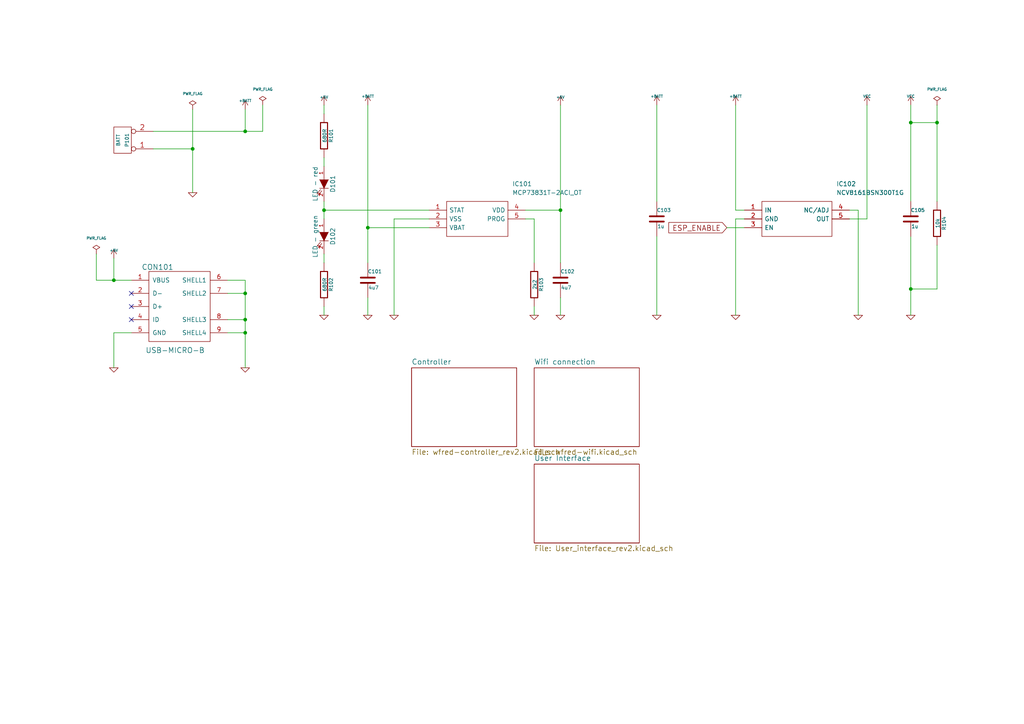
<source format=kicad_sch>
(kicad_sch (version 20231120) (generator "eeschema") (generator_version "8.0")
  (paper "A4")
  (title_block (title "Wireless FREDI (and clock interface)") (date "2017-11-19") (rev "0.2") (company "Heiko Rosemann (heiko.rosemann@web.de) CC-BY-SA") (comment 2 "External connections (Battery)") (comment 3 "Power supply") (comment 4 "Master sheet for subsheets"))
  (lib_symbols
    (symbol "power:+5V" (power) (pin_names (offset 0))
      (property "Value" "+5V" (at 0 3.556 0))
      (symbol "+5V_0_1"
        (polyline (pts (xy -0.762 1.27) (xy 0 2.54)))
        (polyline (pts (xy 0 0) (xy 0 2.54)))
        (polyline (pts (xy 0 2.54) (xy 0.762 1.27)))
      )
      (symbol "+5V_1_1"
        (pin power_in line (at 0 0 90) (length 0) hide (name "+5V") (number "1"))
      )
    )
    (symbol "power:+BATT" (power) (pin_names (offset 0))
      (property "Value" "+BATT" (at 0 3.556 0))
      (symbol "+BATT_0_1"
        (polyline (pts (xy -0.762 1.27) (xy 0 2.54)))
        (polyline (pts (xy 0 0) (xy 0 2.54)))
        (polyline (pts (xy 0 2.54) (xy 0.762 1.27)))
      )
      (symbol "+BATT_1_1"
        (pin power_in line (at 0 0 90) (length 0) hide (name "+BATT") (number "1"))
      )
    )
    (symbol "power:PWR_FLAG" (power) (pin_numbers hide) (pin_names (offset 0) hide)
      (property "Value" "PWR_FLAG" (at 0 3.81 0))
      (symbol "PWR_FLAG_0_0"
        (pin power_out line (at 0 0 90) (length 0) (name "pwr") (number "1"))
      )
      (symbol "PWR_FLAG_0_1"
        (polyline (pts (xy 0 0) (xy 0 1.27) (xy -1.016 1.905) (xy 0 2.54) (xy 1.016 1.905) (xy 0 1.27)))
      )
    )
    (symbol "power:VCC" (power) (pin_names (offset 0))
      (property "Value" "VCC" (at 0 3.81 0))
      (symbol "VCC_0_1"
        (polyline (pts (xy -0.762 1.27) (xy 0 2.54)))
        (polyline (pts (xy 0 0) (xy 0 2.54)))
        (polyline (pts (xy 0 2.54) (xy 0.762 1.27)))
      )
      (symbol "VCC_1_1"
        (pin power_in line (at 0 0 90) (length 0) hide (name "VCC") (number "1"))
      )
    )
    (symbol "wfred_rev2-rescue:C-RESCUE-wfred_rev2" (pin_numbers hide) (pin_names (offset 0.254))
      (property "Reference" "C" (at 0 2.54 0))
      (property "Value" "C-RESCUE-wfred_rev2" (at 0.1524 -2.159 0))
      (symbol "C-RESCUE-wfred_rev2_0_1"
        (polyline (pts (xy -2.032 -0.762) (xy 2.032 -0.762)) (stroke (width 0.508)))
        (polyline (pts (xy -2.032 0.762) (xy 2.032 0.762)) (stroke (width 0.508)))
      )
      (symbol "C-RESCUE-wfred_rev2_1_1"
        (pin passive line (at 0 5.08 270) (length 4.318) (name "~") (number "1"))
        (pin passive line (at 0 -5.08 90) (length 4.318) (name "~") (number "2"))
      )
    )
    (symbol "wfred_rev2-rescue:C-device" (pin_numbers hide) (pin_names (offset 0.254))
      (property "Reference" "C" (at 0 2.54 0))
      (property "Value" "C-device" (at 0.1524 -2.159 0))
      (symbol "C-device_0_1"
        (polyline (pts (xy -2.032 -0.762) (xy 2.032 -0.762)) (stroke (width 0.508)))
        (polyline (pts (xy -2.032 0.762) (xy 2.032 0.762)) (stroke (width 0.508)))
      )
      (symbol "C-device_1_1"
        (pin passive line (at 0 5.08 270) (length 4.318) (name "~") (number "1"))
        (pin passive line (at 0 -5.08 90) (length 4.318) (name "~") (number "2"))
      )
    )
    (symbol "wfred_rev2-rescue:CONN_2-conn" (pin_names (offset 1.016) hide)
      (property "Reference" "P" (at -1.27 0 90))
      (property "Value" "CONN_2-conn" (at 1.27 0 90))
      (symbol "CONN_2-conn_0_1"
        (rectangle (start -2.54 3.81) (end 2.54 -3.81))
      )
      (symbol "CONN_2-conn_1_1"
        (pin passive inverted (at -8.89 2.54 0) (length 6.35) (name "P1") (number "1"))
        (pin passive inverted (at -8.89 -2.54 0) (length 6.35) (name "PM") (number "2"))
      )
    )
    (symbol "wfred_rev2-rescue:GND-RESCUE-wfred_rev2" (power) (pin_names (offset 0))
      (symbol "GND-RESCUE-wfred_rev2_0_1"
        (polyline (pts (xy -1.27 0) (xy 0 -1.27) (xy 1.27 0) (xy -1.27 0)))
      )
      (symbol "GND-RESCUE-wfred_rev2_1_1"
        (pin power_in line (at 0 0 90) (length 0) hide (name "GND") (number "1"))
      )
    )
    (symbol "wfred_rev2-rescue:GND-power" (power) (pin_names (offset 0))
      (symbol "GND-power_0_1"
        (polyline (pts (xy -1.27 0) (xy 0 -1.27) (xy 1.27 0) (xy -1.27 0)))
      )
      (symbol "GND-power_1_1"
        (pin power_in line (at 0 0 90) (length 0) hide (name "GND") (number "1"))
      )
    )
    (symbol "wfred_rev2-rescue:LED-device" (pin_names (offset 1.016) hide)
      (property "Reference" "D" (at 0 2.54 0))
      (property "Value" "LED-device" (at 0 -2.54 0))
      (symbol "LED-device_0_1"
        (polyline (pts (xy 1.27 1.27) (xy 1.27 -1.27)))
        (polyline (pts (xy -1.27 1.27) (xy 1.27 0) (xy -1.27 -1.27)) (fill (type outline)))
        (polyline (pts (xy 1.651 -1.016) (xy 2.794 -2.032) (xy 2.667 -1.397)))
        (polyline (pts (xy 2.032 -0.635) (xy 3.175 -1.651) (xy 3.048 -1.016)))
      )
      (symbol "LED-device_1_1"
        (pin passive line (at -5.08 0 0) (length 3.81) (name "A") (number "1"))
        (pin passive line (at 5.08 0 180) (length 3.81) (name "K") (number "2"))
      )
    )
    (symbol "wfred_rev2-rescue:MCP73831T-2ACI_OT-MCP73831T-2ACI_OT" (pin_names (offset 0.762))
      (property "Reference" "IC" (at 24.13 7.62 0))
      (property "Value" "MCP73831T-2ACI_OT-MCP73831T-2ACI_OT" (at 24.13 5.08 0))
      (symbol "MCP73831T-2ACI_OT-MCP73831T-2ACI_OT_0_0"
        (pin bidirectional line (at 0 0 0) (length 5.08) (name "STAT") (number "1"))
        (pin bidirectional line (at 0 -2.54 0) (length 5.08) (name "VSS") (number "2"))
        (pin bidirectional line (at 0 -5.08 0) (length 5.08) (name "VBAT") (number "3"))
        (pin bidirectional line (at 27.94 0 180) (length 5.08) (name "VDD") (number "4"))
        (pin bidirectional line (at 27.94 -2.54 180) (length 5.08) (name "PROG") (number "5"))
      )
      (symbol "MCP73831T-2ACI_OT-MCP73831T-2ACI_OT_0_1"
        (polyline (pts (xy 5.08 2.54) (xy 22.86 2.54) (xy 22.86 -7.62) (xy 5.08 -7.62) (xy 5.08 2.54)) (stroke (width 0.1524)))
      )
    )
    (symbol "wfred_rev2-rescue:NCV8161BSN300T1G-NCV8161BSN300T1G" (pin_names (offset 0.762))
      (property "Reference" "IC" (at 26.67 7.62 0))
      (property "Value" "NCV8161BSN300T1G-NCV8161BSN300T1G" (at 26.67 5.08 0))
      (symbol "NCV8161BSN300T1G-NCV8161BSN300T1G_0_0"
        (pin bidirectional line (at 0 0 0) (length 5.08) (name "IN") (number "1"))
        (pin bidirectional line (at 0 -2.54 0) (length 5.08) (name "GND") (number "2"))
        (pin bidirectional line (at 0 -5.08 0) (length 5.08) (name "EN") (number "3"))
        (pin bidirectional line (at 30.48 0 180) (length 5.08) (name "NC/ADJ") (number "4"))
        (pin bidirectional line (at 30.48 -2.54 180) (length 5.08) (name "OUT") (number "5"))
      )
      (symbol "NCV8161BSN300T1G-NCV8161BSN300T1G_0_1"
        (polyline (pts (xy 5.08 2.54) (xy 25.4 2.54) (xy 25.4 -7.62) (xy 5.08 -7.62) (xy 5.08 2.54)) (stroke (width 0.1524)))
      )
    )
    (symbol "wfred_rev2-rescue:R-device" (pin_numbers hide) (pin_names (offset 0))
      (property "Reference" "R" (at 2.032 0 90))
      (property "Value" "R-device" (at 0.1778 0.0254 90))
      (symbol "R-device_0_1"
        (rectangle (start -1.016 3.81) (end 1.016 -3.81) (stroke (width 0.3048)))
      )
      (symbol "R-device_1_1"
        (pin passive line (at 0 6.35 270) (length 2.54) (name "~") (number "1"))
        (pin passive line (at 0 -6.35 90) (length 2.54) (name "~") (number "2"))
      )
    )
    (symbol "wfred_rev2-rescue:USB-MINI-B-conn" (pin_names (offset 1.016))
      (property "Reference" "CON" (at -6.35 11.43 0))
      (property "Value" "USB-MINI-B-conn" (at -1.27 -12.7 0))
      (symbol "USB-MINI-B-conn_0_1"
        (rectangle (start -8.89 10.16) (end 8.89 -10.16))
      )
      (symbol "USB-MINI-B-conn_1_1"
        (pin power_in line (at -13.97 7.62 0) (length 5.08) (name "VBUS") (number "1"))
        (pin bidirectional line (at -13.97 3.81 0) (length 5.08) (name "D-") (number "2"))
        (pin bidirectional line (at -13.97 0 0) (length 5.08) (name "D+") (number "3"))
        (pin bidirectional line (at -13.97 -3.81 0) (length 5.08) (name "ID") (number "4"))
        (pin power_in line (at -13.97 -7.62 0) (length 5.08) (name "GND") (number "5"))
        (pin bidirectional line (at 13.97 7.62 180) (length 5.08) (name "SHELL1") (number "6"))
        (pin bidirectional line (at 13.97 3.81 180) (length 5.08) (name "SHELL2") (number "7"))
        (pin bidirectional line (at 13.97 -3.81 180) (length 5.08) (name "SHELL3") (number "8"))
        (pin bidirectional line (at 13.97 -7.62 180) (length 5.08) (name "SHELL4") (number "9"))
      )
    )
  )
  (junction (at 264.16 35.56))
  (junction (at 271.78 35.56))
  (junction (at 93.98 60.96))
  (junction (at 71.12 92.71))
  (junction (at 71.12 96.52))
  (junction (at 264.16 83.82))
  (junction (at 162.56 60.96))
  (junction (at 106.68 66.04))
  (junction (at 55.88 43.18))
  (junction (at 71.12 85.09))
  (junction (at 71.12 38.1))
  (junction (at 33.02 81.28))
  (no_connect (at 38.1 85.09))
  (no_connect (at 38.1 88.9))
  (no_connect (at 38.1 92.71))
  (wire (pts (xy 106.68 30.48) (xy 106.68 66.04)))
  (wire (pts (xy 71.12 92.71) (xy 71.12 96.52)))
  (wire (pts (xy 162.56 30.48) (xy 162.56 60.96)))
  (wire (pts (xy 271.78 35.56) (xy 271.78 58.42)))
  (wire (pts (xy 264.16 68.58) (xy 264.16 83.82)))
  (wire (pts (xy 264.16 83.82) (xy 264.16 91.44)))
  (wire (pts (xy 124.46 60.96) (xy 93.98 60.96)))
  (wire (pts (xy 76.2 38.1) (xy 76.2 30.48)))
  (wire (pts (xy 71.12 81.28) (xy 71.12 85.09)))
  (wire (pts (xy 213.36 30.48) (xy 213.36 60.96)))
  (wire (pts (xy 66.04 81.28) (xy 71.12 81.28)))
  (wire (pts (xy 251.46 63.5) (xy 246.38 63.5)))
  (wire (pts (xy 213.36 60.96) (xy 215.9 60.96)))
  (wire (pts (xy 33.02 96.52) (xy 38.1 96.52)))
  (wire (pts (xy 66.04 85.09) (xy 71.12 85.09)))
  (wire (pts (xy 271.78 71.12) (xy 271.78 83.82)))
  (wire (pts (xy 66.04 92.71) (xy 71.12 92.71)))
  (wire (pts (xy 33.02 81.28) (xy 38.1 81.28)))
  (wire (pts (xy 106.68 66.04) (xy 124.46 66.04)))
  (wire (pts (xy 190.5 68.58) (xy 190.5 91.44)))
  (wire (pts (xy 27.94 73.66) (xy 27.94 81.28)))
  (wire (pts (xy 213.36 91.44) (xy 213.36 63.5)))
  (wire (pts (xy 152.4 60.96) (xy 162.56 60.96)))
  (wire (pts (xy 71.12 85.09) (xy 71.12 92.71)))
  (wire (pts (xy 71.12 38.1) (xy 71.12 31.75)))
  (wire (pts (xy 162.56 91.44) (xy 162.56 86.36)))
  (wire (pts (xy 44.45 43.18) (xy 55.88 43.18)))
  (wire (pts (xy 210.82 66.04) (xy 215.9 66.04)))
  (wire (pts (xy 93.98 30.48) (xy 93.98 33.02)))
  (wire (pts (xy 251.46 30.48) (xy 251.46 63.5)))
  (wire (pts (xy 162.56 60.96) (xy 162.56 76.2)))
  (wire (pts (xy 264.16 35.56) (xy 264.16 58.42)))
  (wire (pts (xy 33.02 106.68) (xy 33.02 96.52)))
  (wire (pts (xy 106.68 66.04) (xy 106.68 76.2)))
  (wire (pts (xy 271.78 30.48) (xy 271.78 35.56)))
  (wire (pts (xy 93.98 73.66) (xy 93.98 76.2)))
  (wire (pts (xy 93.98 88.9) (xy 93.98 91.44)))
  (wire (pts (xy 106.68 91.44) (xy 106.68 86.36)))
  (wire (pts (xy 93.98 45.72) (xy 93.98 48.26)))
  (wire (pts (xy 152.4 63.5) (xy 154.94 63.5)))
  (wire (pts (xy 55.88 31.75) (xy 55.88 43.18)))
  (wire (pts (xy 44.45 38.1) (xy 71.12 38.1)))
  (wire (pts (xy 27.94 81.28) (xy 33.02 81.28)))
  (wire (pts (xy 246.38 60.96) (xy 248.92 60.96)))
  (wire (pts (xy 248.92 60.96) (xy 248.92 91.44)))
  (wire (pts (xy 93.98 58.42) (xy 93.98 60.96)))
  (wire (pts (xy 71.12 38.1) (xy 76.2 38.1)))
  (wire (pts (xy 114.3 63.5) (xy 124.46 63.5)))
  (wire (pts (xy 114.3 63.5) (xy 114.3 91.44)))
  (wire (pts (xy 93.98 60.96) (xy 93.98 63.5)))
  (wire (pts (xy 154.94 88.9) (xy 154.94 91.44)))
  (wire (pts (xy 71.12 96.52) (xy 71.12 106.68)))
  (wire (pts (xy 190.5 30.48) (xy 190.5 58.42)))
  (wire (pts (xy 264.16 30.48) (xy 264.16 35.56)))
  (wire (pts (xy 271.78 83.82) (xy 264.16 83.82)))
  (wire (pts (xy 271.78 35.56) (xy 264.16 35.56)))
  (wire (pts (xy 154.94 63.5) (xy 154.94 76.2)))
  (wire (pts (xy 66.04 96.52) (xy 71.12 96.52)))
  (wire (pts (xy 213.36 63.5) (xy 215.9 63.5)))
  (wire (pts (xy 55.88 43.18) (xy 55.88 55.88)))
  (wire (pts (xy 33.02 74.93) (xy 33.02 81.28)))
  (global_label "ESP_ENABLE" (shape input) (at 210.82 66.04 180) (effects (font (size 1.524 1.524))) (property "Intersheetrefs" "${INTERSHEET_REFS}" (effects (hide yes))))
  (symbol (lib_id "wfred_rev2-rescue:GND-RESCUE-wfred_rev2") (at 55.88 55.88 0) (unit 1)
    (property "Reference" "#PWR01" (effects (hide yes)))
    (property "Value" "GND" (effects (hide yes)))
  )
  (symbol (lib_id "power:+BATT") (at 71.12 31.75 0) (unit 1)
    (property "Reference" "#PWR02" (effects (hide yes)))
    (property "Value" "+BATT" (at 71.12 29.21 0) (effects (font (size 0.762 0.762))))
  )
  (symbol (lib_id "wfred_rev2-rescue:GND-RESCUE-wfred_rev2") (at 264.16 91.44 0) (unit 1)
    (property "Reference" "#PWR03" (effects (hide yes)))
    (property "Value" "GND" (effects (hide yes)))
  )
  (symbol (lib_id "wfred_rev2-rescue:C-RESCUE-wfred_rev2") (at 264.16 63.5 0) (unit 1)
    (property "Reference" "C105" (at 264.16 60.96 0) (effects (font (size 1.016 1.016)) (justify left)))
    (property "Value" "1u" (at 264.3124 65.659 0) (effects (font (size 1.016 1.016)) (justify left)))
    (property "Footprint" "Capacitors_SMD:C_0805_HandSoldering" (effects (hide yes)))
    (property "Reichelt" "X7R-G0805 1,0/25" (effects (hide yes)))
  )
  (symbol (lib_id "power:PWR_FLAG") (at 55.88 31.75 0) (unit 1)
    (property "Reference" "#FLG04" (effects (hide yes)))
    (property "Value" "PWR_FLAG" (at 55.88 27.178 0) (effects (font (size 0.762 0.762))))
  )
  (symbol (lib_id "wfred_rev2-rescue:CONN_2-conn") (at 35.56 40.64 180) (unit 1)
    (property "Reference" "P101" (at 36.83 40.64 90) (effects (font (size 1.016 1.016))))
    (property "Value" "BATT" (at 34.29 40.64 90) (effects (font (size 1.016 1.016))))
    (property "Footprint" "Pin_Headers:Pin_Header_Angled_1x02_Pitch2.54mm" (effects (hide yes)))
  )
  (symbol (lib_id "wfred_rev2-rescue:USB-MINI-B-conn") (at 52.07 88.9 0) (unit 1)
    (property "Reference" "CON101" (at 45.72 77.47 0) (effects (font (size 1.524 1.524))))
    (property "Value" "USB-MICRO-B" (at 50.8 101.6 0) (effects (font (size 1.524 1.524))))
    (property "Footprint" "Connectors_USB:USB_Micro-B_Molex-105017-0001" (effects (hide yes)))
    (property "Mouser" "538-105017-0001" (effects (hide yes)))
  )
  (symbol (lib_id "wfred_rev2-rescue:GND-power") (at 71.12 106.68 0) (unit 1)
    (property "Reference" "#PWR05" (effects (hide yes)))
    (property "Value" "GND" (effects (hide yes)))
  )
  (symbol (lib_id "wfred_rev2-rescue:GND-power") (at 33.02 106.68 0) (unit 1)
    (property "Reference" "#PWR06" (effects (hide yes)))
    (property "Value" "GND" (effects (hide yes)))
  )
  (symbol (lib_id "power:VCC") (at 264.16 30.48 0) (unit 1)
    (property "Reference" "#PWR07" (effects (hide yes)))
    (property "Value" "VCC" (at 264.16 27.94 0) (effects (font (size 0.762 0.762))))
  )
  (symbol (lib_id "power:+5V") (at 33.02 74.93 0) (unit 1)
    (property "Reference" "#PWR08" (effects (hide yes)))
    (property "Value" "+5V" (at 33.02 72.644 0) (effects (font (size 0.762 0.762))))
  )
  (symbol (lib_id "wfred_rev2-rescue:MCP73831T-2ACI_OT-MCP73831T-2ACI_OT") (at 124.46 60.96 0) (unit 1)
    (property "Reference" "IC101" (at 148.59 53.34 0) (effects (justify left)))
    (property "Value" "MCP73831T-2ACI_OT" (at 148.59 55.88 0) (effects (justify left)))
    (property "Footprint" "MCP73831T-2ACI_OT:SOT95P270X145-5N" (effects (hide yes)))
    (property "Datasheet" "http://ww1.microchip.com/downloads/en/DeviceDoc/20001984g.pdf" (effects (hide yes)))
    (property "Description" "Li-Ion Charge Controller 4.2V SOT23-5" (effects (hide yes)))
    (property "Height" "1.45" (effects (hide yes)))
    (property "Manufacturer_Name" "Microchip" (effects (hide yes)))
    (property "Manufacturer_Part_Number" "MCP73831T-2ACI/OT" (effects (hide yes)))
    (property "RS Part Number" "2508396481" (effects (hide yes)))
    (property "RS Price/Stock" "http://uk.rs-online.com/web/p/products/2508396481" (effects (hide yes)))
    (property "Allied_Number" "70046198" (effects (hide yes)))
    (property "Allied Price/Stock" "http://www.alliedelec.com/microchip-technology-inc-mcp73831t-2aci-ot/70046198/" (effects (hide yes)))
    (property "Arrow Part Number" "MCP73831T-2ACI/OT" (effects (hide yes)))
    (property "Arrow Price/Stock" "https://www.arrow.com/en/products/mcp73831t-2aciot/microchip-technology" (effects (hide yes)))
  )
  (symbol (lib_id "power:+BATT") (at 106.68 30.48 0) (unit 1)
    (property "Reference" "#PWR09" (effects (hide yes)))
    (property "Value" "+BATT" (at 106.68 27.94 0) (effects (font (size 0.762 0.762))))
  )
  (symbol (lib_id "wfred_rev2-rescue:C-device") (at 106.68 81.28 0) (unit 1)
    (property "Reference" "C101" (at 106.68 78.74 0) (effects (font (size 1.016 1.016)) (justify left)))
    (property "Value" "4u7" (at 106.8324 83.439 0) (effects (font (size 1.016 1.016)) (justify left)))
    (property "Footprint" "Capacitors_SMD:C_0805_HandSoldering" (effects (hide yes)))
  )
  (symbol (lib_id "wfred_rev2-rescue:GND-power") (at 106.68 91.44 0) (unit 1)
    (property "Reference" "#PWR010" (effects (hide yes)))
    (property "Value" "GND" (effects (hide yes)))
  )
  (symbol (lib_id "wfred_rev2-rescue:GND-power") (at 114.3 91.44 0) (unit 1)
    (property "Reference" "#PWR011" (effects (hide yes)))
    (property "Value" "GND" (effects (hide yes)))
  )
  (symbol (lib_id "wfred_rev2-rescue:R-device") (at 93.98 39.37 0) (unit 1)
    (property "Reference" "R101" (at 96.012 39.37 90) (effects (font (size 1.016 1.016))))
    (property "Value" "680R" (at 94.1578 39.3446 90) (effects (font (size 1.016 1.016))))
    (property "Footprint" "Capacitors_SMD:C_0805_HandSoldering" (effects (hide yes)))
  )
  (symbol (lib_id "wfred_rev2-rescue:R-device") (at 93.98 82.55 0) (unit 1)
    (property "Reference" "R102" (at 96.012 82.55 90) (effects (font (size 1.016 1.016))))
    (property "Value" "680R" (at 94.1578 82.5246 90) (effects (font (size 1.016 1.016))))
    (property "Footprint" "Capacitors_SMD:C_0805_HandSoldering" (effects (hide yes)))
  )
  (symbol (lib_id "wfred_rev2-rescue:LED-device") (at 93.98 53.34 270) (unit 1)
    (property "Reference" "D101" (at 96.52 53.34 0))
    (property "Value" "LED - red" (at 91.44 53.34 0))
    (property "Footprint" "myFootprints:LED_D3.0mm" (effects (hide yes)))
  )
  (symbol (lib_id "wfred_rev2-rescue:LED-device") (at 93.98 68.58 270) (unit 1)
    (property "Reference" "D102" (at 96.52 68.58 0))
    (property "Value" "LED - green" (at 91.44 68.58 0))
    (property "Footprint" "myFootprints:LED_D3.0mm" (effects (hide yes)))
  )
  (symbol (lib_id "wfred_rev2-rescue:GND-power") (at 93.98 91.44 0) (unit 1)
    (property "Reference" "#PWR012" (effects (hide yes)))
    (property "Value" "GND" (effects (hide yes)))
  )
  (symbol (lib_id "power:+5V") (at 93.98 30.48 0) (unit 1)
    (property "Reference" "#PWR013" (effects (hide yes)))
    (property "Value" "+5V" (at 93.98 28.194 0) (effects (font (size 0.762 0.762))))
  )
  (symbol (lib_id "wfred_rev2-rescue:C-device") (at 162.56 81.28 0) (unit 1)
    (property "Reference" "C102" (at 162.56 78.74 0) (effects (font (size 1.016 1.016)) (justify left)))
    (property "Value" "4u7" (at 162.7124 83.439 0) (effects (font (size 1.016 1.016)) (justify left)))
    (property "Footprint" "Capacitors_SMD:C_0805_HandSoldering" (effects (hide yes)))
  )
  (symbol (lib_id "wfred_rev2-rescue:GND-power") (at 162.56 91.44 0) (unit 1)
    (property "Reference" "#PWR014" (effects (hide yes)))
    (property "Value" "GND" (effects (hide yes)))
  )
  (symbol (lib_id "power:+5V") (at 162.56 30.48 0) (unit 1)
    (property "Reference" "#PWR015" (effects (hide yes)))
    (property "Value" "+5V" (at 162.56 28.194 0) (effects (font (size 0.762 0.762))))
  )
  (symbol (lib_id "wfred_rev2-rescue:R-device") (at 154.94 82.55 0) (unit 1)
    (property "Reference" "R103" (at 156.972 82.55 90) (effects (font (size 1.016 1.016))))
    (property "Value" "2k2" (at 155.1178 82.5246 90) (effects (font (size 1.016 1.016))))
    (property "Footprint" "Capacitors_SMD:C_0805_HandSoldering" (effects (hide yes)))
  )
  (symbol (lib_id "wfred_rev2-rescue:GND-power") (at 154.94 91.44 0) (unit 1)
    (property "Reference" "#PWR016" (effects (hide yes)))
    (property "Value" "GND" (effects (hide yes)))
  )
  (symbol (lib_id "wfred_rev2-rescue:C-device") (at 190.5 63.5 0) (unit 1)
    (property "Reference" "C103" (at 190.5 60.96 0) (effects (font (size 1.016 1.016)) (justify left)))
    (property "Value" "1u" (at 190.6524 65.659 0) (effects (font (size 1.016 1.016)) (justify left)))
    (property "Footprint" "Capacitors_SMD:C_0805_HandSoldering" (effects (hide yes)))
    (property "Reichelt" "X7R-G0805 1,0/25" (effects (hide yes)))
  )
  (symbol (lib_id "power:+BATT") (at 190.5 30.48 0) (unit 1)
    (property "Reference" "#PWR017" (effects (hide yes)))
    (property "Value" "+BATT" (at 190.5 27.94 0) (effects (font (size 0.762 0.762))))
  )
  (symbol (lib_id "wfred_rev2-rescue:GND-power") (at 190.5 91.44 0) (unit 1)
    (property "Reference" "#PWR018" (effects (hide yes)))
    (property "Value" "GND" (effects (hide yes)))
  )
  (symbol (lib_id "power:PWR_FLAG") (at 27.94 73.66 0) (unit 1)
    (property "Reference" "#FLG019" (effects (hide yes)))
    (property "Value" "PWR_FLAG" (at 27.94 69.088 0) (effects (font (size 0.762 0.762))))
  )
  (symbol (lib_id "power:PWR_FLAG") (at 76.2 30.48 0) (unit 1)
    (property "Reference" "#FLG020" (effects (hide yes)))
    (property "Value" "PWR_FLAG" (at 76.2 25.908 0) (effects (font (size 0.762 0.762))))
  )
  (symbol (lib_id "power:PWR_FLAG") (at 271.78 30.48 0) (unit 1)
    (property "Reference" "#FLG021" (effects (hide yes)))
    (property "Value" "PWR_FLAG" (at 271.78 25.908 0) (effects (font (size 0.762 0.762))))
  )
  (symbol (lib_id "wfred_rev2-rescue:NCV8161BSN300T1G-NCV8161BSN300T1G") (at 215.9 60.96 0) (unit 1)
    (property "Reference" "IC102" (at 242.57 53.34 0) (effects (justify left)))
    (property "Value" "NCV8161BSN300T1G" (at 242.57 55.88 0) (effects (justify left)))
    (property "Footprint" "NCV8161BSN300T1G:SOT95P275X110-5N" (effects (hide yes)))
    (property "Datasheet" "http://www.onsemi.com/pub/Collateral/NCV8161-D.PDF" (effects (hide yes)))
    (property "Description" "450 mA, Ultra-Low Noise and High PSRR LDO Regulator for RF and Analog Circuits 3.0V, Non-Active Discharge, TSOP-5" (effects (hide yes)))
    (property "Height" "1.1" (effects (hide yes)))
    (property "Manufacturer_Name" "ON Semiconductor" (effects (hide yes)))
    (property "Manufacturer_Part_Number" "NCV8161BSN300T1G" (effects (hide yes)))
    (property "Arrow Part Number" "NCV8161BSN300T1G" (effects (hide yes)))
    (property "Arrow Price/Stock" "https://www.arrow.com/en/products/ncv8161bsn300t1g/on-semiconductor" (effects (hide yes)))
  )
  (symbol (lib_id "wfred_rev2-rescue:GND-power") (at 213.36 91.44 0) (unit 1)
    (property "Reference" "#PWR022" (effects (hide yes)))
    (property "Value" "GND" (effects (hide yes)))
  )
  (symbol (lib_id "power:+BATT") (at 213.36 30.48 0) (unit 1)
    (property "Reference" "#PWR023" (effects (hide yes)))
    (property "Value" "+BATT" (at 213.36 27.94 0) (effects (font (size 0.762 0.762))))
  )
  (symbol (lib_id "wfred_rev2-rescue:GND-power") (at 248.92 91.44 0) (unit 1)
    (property "Reference" "#PWR024" (effects (hide yes)))
    (property "Value" "GND" (effects (hide yes)))
  )
  (symbol (lib_id "power:VCC") (at 251.46 30.48 0) (unit 1)
    (property "Reference" "#PWR025" (effects (hide yes)))
    (property "Value" "VCC" (at 251.46 27.94 0) (effects (font (size 0.762 0.762))))
  )
  (symbol (lib_id "wfred_rev2-rescue:R-device") (at 271.78 64.77 0) (unit 1)
    (property "Reference" "R104" (at 273.812 64.77 90) (effects (font (size 1.016 1.016))))
    (property "Value" "10k" (at 271.9578 64.7446 90) (effects (font (size 1.016 1.016))))
    (property "Footprint" "Capacitors_SMD:C_0805_HandSoldering" (effects (hide yes)))
  )
  (sheet (at 119.38 106.68) (size 30.48 22.86)
    (property "Sheetname" "Controller" (at 119.38 105.8414 0) (effects (font (size 1.524 1.524)) (justify left bottom)))
    (property "Sheetfile" "wfred-controller_rev2.kicad_sch" (at 119.38 130.2262 0) (effects (font (size 1.524 1.524)) (justify left top)))
  )
  (sheet (at 154.94 134.62) (size 30.48 22.86)
    (property "Sheetname" "User Interface" (at 154.94 133.7814 0) (effects (font (size 1.524 1.524)) (justify left bottom)))
    (property "Sheetfile" "User_interface_rev2.kicad_sch" (at 154.94 158.1662 0) (effects (font (size 1.524 1.524)) (justify left top)))
  )
  (sheet (at 154.94 106.68) (size 30.48 22.86)
    (property "Sheetname" "Wifi connection" (at 154.94 105.8414 0) (effects (font (size 1.524 1.524)) (justify left bottom)))
    (property "Sheetfile" "wfred-wifi.kicad_sch" (at 154.94 130.2262 0) (effects (font (size 1.524 1.524)) (justify left top)))
  )
)
</source>
